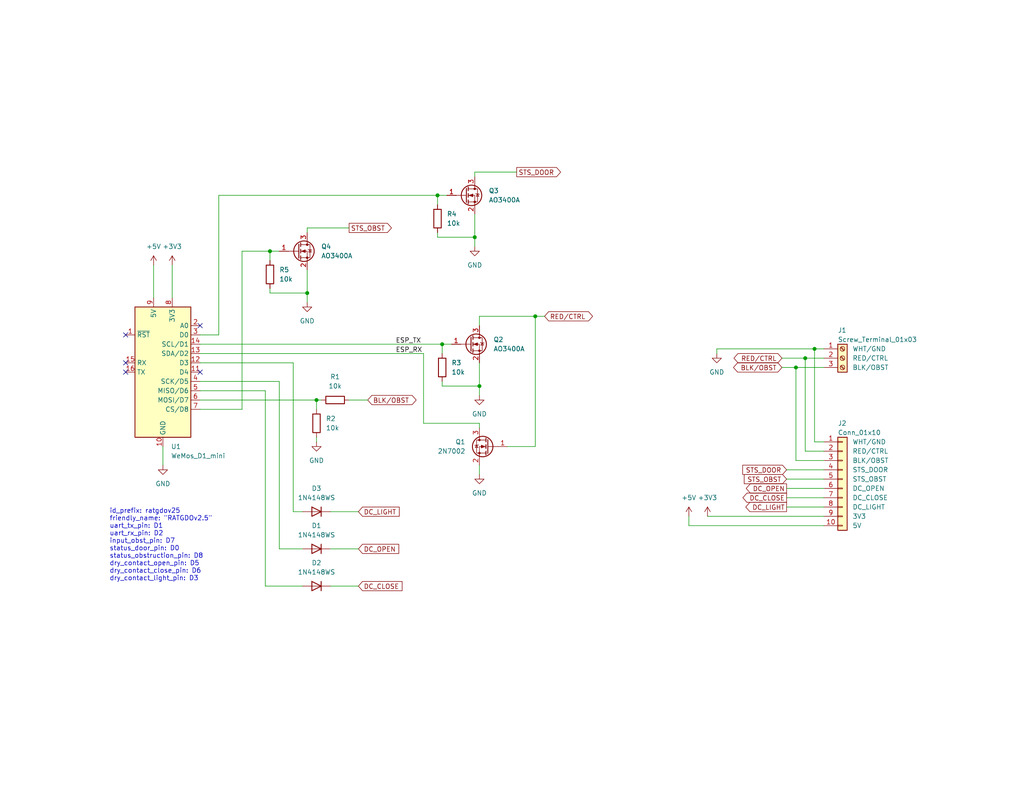
<source format=kicad_sch>
(kicad_sch (version 20230121) (generator eeschema)
  (paper "USLetter")
  (title_block (title "RAT-RATGDO TUBEX ESP8266") (date "2023-11-02") (rev "2.5.0") (company "T Fox"))
  (lib_symbols
    (symbol "Connector:Screw_Terminal_01x03" (pin_names (offset 4))
      (property "Reference" "J1" (at -1.27 7.62 0))
      (property "Value" "Screw_Terminal_01x03" (at -1.27 5.08 0))
      (symbol "Screw_Terminal_01x03_1_1"
        (rectangle (start -1.27 3.81) (end 1.27 -3.81) (stroke (width 0.254)) (fill (type background)))
        (circle (center 0 -2.54) (radius 0.635) (stroke (width 0.1524)))
        (polyline (pts (xy -0.5334 -2.2098) (xy 0.3302 -3.048)) (stroke (width 0.1524)))
        (polyline (pts (xy -0.5334 0.3302) (xy 0.3302 -0.508)) (stroke (width 0.1524)))
        (polyline (pts (xy -0.5334 2.8702) (xy 0.3302 2.032)) (stroke (width 0.1524)))
        (polyline (pts (xy -0.3556 -2.032) (xy 0.508 -2.8702)) (stroke (width 0.1524)))
        (polyline (pts (xy -0.3556 0.508) (xy 0.508 -0.3302)) (stroke (width 0.1524)))
        (polyline (pts (xy -0.3556 3.048) (xy 0.508 2.2098)) (stroke (width 0.1524)))
        (circle (center 0 0) (radius 0.635) (stroke (width 0.1524)))
        (circle (center 0 2.54) (radius 0.635) (stroke (width 0.1524)))
        (pin passive line (at -5.08 2.54 0) (length 3.81) (name "WHT/GND") (number "1"))
        (pin passive line (at -5.08 0 0) (length 3.81) (name "RED/CTRL") (number "2"))
        (pin passive line (at -5.08 -2.54 0) (length 3.81) (name "BLK/OBST") (number "3"))
      )
    )
    (symbol "Connector_Generic:Conn_01x10" (pin_names (offset 4))
      (property "Reference" "J2" (at -1.27 15.24 0))
      (property "Value" "Conn_01x10" (at -1.27 12.7 0))
      (symbol "Conn_01x10_1_1"
        (rectangle (start -1.27 -12.573) (end 0 -12.827) (stroke (width 0.1524)))
        (rectangle (start -1.27 -10.033) (end 0 -10.287) (stroke (width 0.1524)))
        (rectangle (start -1.27 -7.493) (end 0 -7.747) (stroke (width 0.1524)))
        (rectangle (start -1.27 -4.953) (end 0 -5.207) (stroke (width 0.1524)))
        (rectangle (start -1.27 -2.413) (end 0 -2.667) (stroke (width 0.1524)))
        (rectangle (start -1.27 0.127) (end 0 -0.127) (stroke (width 0.1524)))
        (rectangle (start -1.27 2.667) (end 0 2.413) (stroke (width 0.1524)))
        (rectangle (start -1.27 5.207) (end 0 4.953) (stroke (width 0.1524)))
        (rectangle (start -1.27 7.747) (end 0 7.493) (stroke (width 0.1524)))
        (rectangle (start -1.27 10.287) (end 0 10.033) (stroke (width 0.1524)))
        (rectangle (start -1.27 11.43) (end 1.27 -13.97) (stroke (width 0.254)) (fill (type background)))
        (pin passive line (at -5.08 10.16 0) (length 3.81) (name "WHT/GND") (number "1"))
        (pin passive line (at -5.08 -12.7 0) (length 3.81) (name "5V") (number "10"))
        (pin passive line (at -5.08 7.62 0) (length 3.81) (name "RED/CTRL") (number "2"))
        (pin passive line (at -5.08 5.08 0) (length 3.81) (name "BLK/OBST") (number "3"))
        (pin passive line (at -5.08 2.54 0) (length 3.81) (name "STS_DOOR") (number "4"))
        (pin passive line (at -5.08 0 0) (length 3.81) (name "STS_OBST") (number "5"))
        (pin passive line (at -5.08 -2.54 0) (length 3.81) (name "DC_OPEN") (number "6"))
        (pin passive line (at -5.08 -5.08 0) (length 3.81) (name "DC_CLOSE") (number "7"))
        (pin passive line (at -5.08 -7.62 0) (length 3.81) (name "DC_LIGHT") (number "8"))
        (pin passive line (at -5.08 -10.16 0) (length 3.81) (name "3V3") (number "9"))
      )
    )
    (symbol "Device:R" (pin_numbers hide) (pin_names (offset 0))
      (property "Reference" "R" (at 2.032 0 90))
      (property "Value" "R" (at 0 0 90))
      (symbol "R_0_1"
        (rectangle (start -1.016 -2.54) (end 1.016 2.54) (stroke (width 0.254)))
      )
      (symbol "R_1_1"
        (pin passive line (at 0 3.81 270) (length 1.27) (name "~") (number "1"))
        (pin passive line (at 0 -3.81 90) (length 1.27) (name "~") (number "2"))
      )
    )
    (symbol "Diode:1N4148WS" (pin_numbers hide) (pin_names hide)
      (property "Reference" "D" (at 0 2.54 0))
      (property "Value" "1N4148WS" (at 0 -2.54 0))
      (symbol "1N4148WS_0_1"
        (polyline (pts (xy -1.27 1.27) (xy -1.27 -1.27)) (stroke (width 0.254)))
        (polyline (pts (xy 1.27 0) (xy -1.27 0)))
        (polyline (pts (xy 1.27 1.27) (xy 1.27 -1.27) (xy -1.27 0) (xy 1.27 1.27)) (stroke (width 0.254)))
      )
      (symbol "1N4148WS_1_1"
        (pin passive line (at -3.81 0 0) (length 2.54) (name "K") (number "1"))
        (pin passive line (at 3.81 0 180) (length 2.54) (name "A") (number "2"))
      )
    )
    (symbol "MCU_Module:WeMos_D1_mini"
      (property "Reference" "U1" (at 2.1941 -20.32 0))
      (property "Value" "WeMos_D1_mini" (at 2.1941 -22.86 0))
      (symbol "WeMos_D1_mini_1_1"
        (rectangle (start -7.62 17.78) (end 7.62 -17.78) (stroke (width 0.254)) (fill (type background)))
        (pin input line (at -10.16 10.16 0) (length 2.54) (name "~{RST}") (number "1"))
        (pin power_out line (at 0 -20.32 90) (length 2.54) (name "GND") (number "10"))
        (pin bidirectional line (at 10.16 0 180) (length 2.54) (name "D4") (number "11"))
        (pin bidirectional line (at 10.16 2.54 180) (length 2.54) (name "D3") (number "12"))
        (pin bidirectional line (at 10.16 5.08 180) (length 2.54) (name "SDA/D2") (number "13"))
        (pin bidirectional line (at 10.16 7.62 180) (length 2.54) (name "SCL/D1") (number "14"))
        (pin input line (at -10.16 2.54 0) (length 2.54) (name "RX") (number "15"))
        (pin output line (at -10.16 0 0) (length 2.54) (name "TX") (number "16"))
        (pin input line (at 10.16 12.7 180) (length 2.54) (name "A0") (number "2"))
        (pin bidirectional line (at 10.16 10.16 180) (length 2.54) (name "D0") (number "3"))
        (pin bidirectional line (at 10.16 -2.54 180) (length 2.54) (name "SCK/D5") (number "4"))
        (pin bidirectional line (at 10.16 -5.08 180) (length 2.54) (name "MISO/D6") (number "5"))
        (pin bidirectional line (at 10.16 -7.62 180) (length 2.54) (name "MOSI/D7") (number "6"))
        (pin bidirectional line (at 10.16 -10.16 180) (length 2.54) (name "CS/D8") (number "7"))
        (pin power_out line (at 2.54 20.32 270) (length 2.54) (name "3V3") (number "8"))
        (pin power_out line (at -2.54 20.32 270) (length 2.54) (name "5V") (number "9"))
      )
    )
    (symbol "Transistor_FET:2N7002" (pin_names hide)
      (property "Reference" "Q" (at 5.08 1.905 0))
      (property "Value" "2N7002" (at 5.08 0 0))
      (symbol "2N7002_0_1"
        (polyline (pts (xy 0.254 0) (xy -2.54 0)))
        (polyline (pts (xy 0.254 1.905) (xy 0.254 -1.905)) (stroke (width 0.254)))
        (polyline (pts (xy 0.762 -1.27) (xy 0.762 -2.286)) (stroke (width 0.254)))
        (polyline (pts (xy 0.762 0.508) (xy 0.762 -0.508)) (stroke (width 0.254)))
        (polyline (pts (xy 0.762 2.286) (xy 0.762 1.27)) (stroke (width 0.254)))
        (polyline (pts (xy 2.54 2.54) (xy 2.54 1.778)))
        (polyline (pts (xy 2.54 -2.54) (xy 2.54 0) (xy 0.762 0)))
        (polyline (pts (xy 0.762 -1.778) (xy 3.302 -1.778) (xy 3.302 1.778) (xy 0.762 1.778)))
        (polyline (pts (xy 1.016 0) (xy 2.032 0.381) (xy 2.032 -0.381) (xy 1.016 0)) (fill (type outline)))
        (polyline (pts (xy 2.794 0.508) (xy 2.921 0.381) (xy 3.683 0.381) (xy 3.81 0.254)))
        (polyline (pts (xy 3.302 0.381) (xy 2.921 -0.254) (xy 3.683 -0.254) (xy 3.302 0.381)))
        (circle (center 1.651 0) (radius 2.794) (stroke (width 0.254)))
        (circle (center 2.54 -1.778) (radius 0.254) (fill (type outline)))
        (circle (center 2.54 1.778) (radius 0.254) (fill (type outline)))
      )
      (symbol "2N7002_1_1"
        (pin input line (at -5.08 0 0) (length 2.54) (name "G") (number "1"))
        (pin passive line (at 2.54 -5.08 90) (length 2.54) (name "S") (number "2"))
        (pin passive line (at 2.54 5.08 270) (length 2.54) (name "D") (number "3"))
      )
    )
    (symbol "Transistor_FET:AO3400A" (pin_names hide)
      (property "Reference" "Q" (at 5.08 1.905 0))
      (property "Value" "AO3400A" (at 5.08 0 0))
      (symbol "AO3400A_0_1"
        (polyline (pts (xy 0.254 0) (xy -2.54 0)))
        (polyline (pts (xy 0.254 1.905) (xy 0.254 -1.905)) (stroke (width 0.254)))
        (polyline (pts (xy 0.762 -1.27) (xy 0.762 -2.286)) (stroke (width 0.254)))
        (polyline (pts (xy 0.762 0.508) (xy 0.762 -0.508)) (stroke (width 0.254)))
        (polyline (pts (xy 0.762 2.286) (xy 0.762 1.27)) (stroke (width 0.254)))
        (polyline (pts (xy 2.54 2.54) (xy 2.54 1.778)))
        (polyline (pts (xy 2.54 -2.54) (xy 2.54 0) (xy 0.762 0)))
        (polyline (pts (xy 0.762 -1.778) (xy 3.302 -1.778) (xy 3.302 1.778) (xy 0.762 1.778)))
        (polyline (pts (xy 1.016 0) (xy 2.032 0.381) (xy 2.032 -0.381) (xy 1.016 0)) (fill (type outline)))
        (polyline (pts (xy 2.794 0.508) (xy 2.921 0.381) (xy 3.683 0.381) (xy 3.81 0.254)))
        (polyline (pts (xy 3.302 0.381) (xy 2.921 -0.254) (xy 3.683 -0.254) (xy 3.302 0.381)))
        (circle (center 1.651 0) (radius 2.794) (stroke (width 0.254)))
        (circle (center 2.54 -1.778) (radius 0.254) (fill (type outline)))
        (circle (center 2.54 1.778) (radius 0.254) (fill (type outline)))
      )
      (symbol "AO3400A_1_1"
        (pin input line (at -5.08 0 0) (length 2.54) (name "G") (number "1"))
        (pin passive line (at 2.54 -5.08 90) (length 2.54) (name "S") (number "2"))
        (pin passive line (at 2.54 5.08 270) (length 2.54) (name "D") (number "3"))
      )
    )
    (symbol "power:+3V3" (power) (pin_names (offset 0))
      (property "Value" "+3V3" (at 0 3.556 0))
      (symbol "+3V3_0_1"
        (polyline (pts (xy -0.762 1.27) (xy 0 2.54)))
        (polyline (pts (xy 0 0) (xy 0 2.54)))
        (polyline (pts (xy 0 2.54) (xy 0.762 1.27)))
      )
      (symbol "+3V3_1_1"
        (pin power_in line (at 0 0 90) (length 0) hide (name "+3V3") (number "1"))
      )
    )
    (symbol "power:+5V" (power) (pin_names (offset 0))
      (property "Value" "+5V" (at 0 3.556 0))
      (symbol "+5V_0_1"
        (polyline (pts (xy -0.762 1.27) (xy 0 2.54)))
        (polyline (pts (xy 0 0) (xy 0 2.54)))
        (polyline (pts (xy 0 2.54) (xy 0.762 1.27)))
      )
      (symbol "+5V_1_1"
        (pin power_in line (at 0 0 90) (length 0) hide (name "+5V") (number "1"))
      )
    )
    (symbol "power:GND" (power) (pin_names (offset 0))
      (property "Value" "GND" (at 0 -3.81 0))
      (symbol "GND_0_1"
        (polyline (pts (xy 0 0) (xy 0 -1.27) (xy 1.27 -1.27) (xy 0 -2.54) (xy -1.27 -1.27) (xy 0 -1.27)))
      )
      (symbol "GND_1_1"
        (pin power_in line (at 0 0 270) (length 0) hide (name "GND") (number "1"))
      )
    )
  )
  (junction (at 146.05 86.36))
  (junction (at 130.81 105.41))
  (junction (at 222.25 95.25))
  (junction (at 83.82 80.01))
  (junction (at 219.71 97.79))
  (junction (at 86.36 109.22))
  (junction (at 129.54 64.77))
  (junction (at 217.17 100.33))
  (junction (at 120.65 93.98))
  (junction (at 73.66 68.58))
  (junction (at 119.38 53.34))
  (no_connect (at 34.29 91.44))
  (no_connect (at 54.61 88.9))
  (no_connect (at 54.61 101.6))
  (no_connect (at 34.29 101.6))
  (no_connect (at 34.29 99.06))
  (wire (pts (xy 73.66 78.74) (xy 73.66 80.01)))
  (wire (pts (xy 66.04 111.76) (xy 66.04 68.58)))
  (wire (pts (xy 130.81 99.06) (xy 130.81 105.41)))
  (wire (pts (xy 146.05 121.92) (xy 138.43 121.92)))
  (wire (pts (xy 73.66 68.58) (xy 76.2 68.58)))
  (wire (pts (xy 222.25 120.65) (xy 224.79 120.65)))
  (wire (pts (xy 219.71 97.79) (xy 224.79 97.79)))
  (wire (pts (xy 83.82 62.23) (xy 95.25 62.23)))
  (wire (pts (xy 59.69 53.34) (xy 119.38 53.34)))
  (wire (pts (xy 213.36 97.79) (xy 219.71 97.79)))
  (wire (pts (xy 129.54 46.99) (xy 140.97 46.99)))
  (wire (pts (xy 120.65 105.41) (xy 130.81 105.41)))
  (wire (pts (xy 72.39 160.02) (xy 82.55 160.02)))
  (wire (pts (xy 90.17 149.86) (xy 97.79 149.86)))
  (wire (pts (xy 119.38 53.34) (xy 119.38 55.88)))
  (wire (pts (xy 115.57 115.57) (xy 115.57 96.52)))
  (wire (pts (xy 66.04 111.76) (xy 54.61 111.76)))
  (wire (pts (xy 214.63 135.89) (xy 224.79 135.89)))
  (wire (pts (xy 217.17 125.73) (xy 217.17 100.33)))
  (wire (pts (xy 130.81 105.41) (xy 130.81 107.95)))
  (wire (pts (xy 146.05 86.36) (xy 148.59 86.36)))
  (wire (pts (xy 73.66 68.58) (xy 73.66 71.12)))
  (wire (pts (xy 87.63 109.22) (xy 86.36 109.22)))
  (wire (pts (xy 119.38 64.77) (xy 129.54 64.77)))
  (wire (pts (xy 129.54 58.42) (xy 129.54 64.77)))
  (wire (pts (xy 90.17 160.02) (xy 97.79 160.02)))
  (wire (pts (xy 214.63 138.43) (xy 224.79 138.43)))
  (wire (pts (xy 66.04 68.58) (xy 73.66 68.58)))
  (wire (pts (xy 54.61 109.22) (xy 86.36 109.22)))
  (wire (pts (xy 146.05 86.36) (xy 146.05 121.92)))
  (wire (pts (xy 130.81 116.84) (xy 130.81 115.57)))
  (wire (pts (xy 213.36 100.33) (xy 217.17 100.33)))
  (wire (pts (xy 130.81 86.36) (xy 130.81 88.9)))
  (wire (pts (xy 95.25 109.22) (xy 100.33 109.22)))
  (wire (pts (xy 224.79 125.73) (xy 217.17 125.73)))
  (wire (pts (xy 195.58 95.25) (xy 222.25 95.25)))
  (wire (pts (xy 115.57 96.52) (xy 54.61 96.52)))
  (wire (pts (xy 119.38 53.34) (xy 121.92 53.34)))
  (wire (pts (xy 224.79 95.25) (xy 222.25 95.25)))
  (wire (pts (xy 224.79 123.19) (xy 219.71 123.19)))
  (wire (pts (xy 80.01 99.06) (xy 80.01 139.7)))
  (wire (pts (xy 119.38 63.5) (xy 119.38 64.77)))
  (wire (pts (xy 90.17 139.7) (xy 97.79 139.7)))
  (wire (pts (xy 219.71 123.19) (xy 219.71 97.79)))
  (wire (pts (xy 73.66 80.01) (xy 83.82 80.01)))
  (wire (pts (xy 130.81 129.54) (xy 130.81 127)))
  (wire (pts (xy 120.65 93.98) (xy 123.19 93.98)))
  (wire (pts (xy 214.63 130.81) (xy 224.79 130.81)))
  (wire (pts (xy 214.63 128.27) (xy 224.79 128.27)))
  (wire (pts (xy 80.01 139.7) (xy 82.55 139.7)))
  (wire (pts (xy 54.61 106.68) (xy 72.39 106.68)))
  (wire (pts (xy 72.39 106.68) (xy 72.39 160.02)))
  (wire (pts (xy 129.54 64.77) (xy 129.54 67.31)))
  (wire (pts (xy 76.2 104.14) (xy 76.2 149.86)))
  (wire (pts (xy 54.61 104.14) (xy 76.2 104.14)))
  (wire (pts (xy 83.82 80.01) (xy 83.82 82.55)))
  (wire (pts (xy 83.82 62.23) (xy 83.82 63.5)))
  (wire (pts (xy 224.79 143.51) (xy 187.96 143.51)))
  (wire (pts (xy 59.69 91.44) (xy 59.69 53.34)))
  (wire (pts (xy 46.99 72.39) (xy 46.99 81.28)))
  (wire (pts (xy 54.61 99.06) (xy 80.01 99.06)))
  (wire (pts (xy 115.57 115.57) (xy 130.81 115.57)))
  (wire (pts (xy 130.81 86.36) (xy 146.05 86.36)))
  (wire (pts (xy 193.04 140.97) (xy 224.79 140.97)))
  (wire (pts (xy 86.36 119.38) (xy 86.36 120.65)))
  (wire (pts (xy 76.2 149.86) (xy 82.55 149.86)))
  (wire (pts (xy 54.61 93.98) (xy 120.65 93.98)))
  (wire (pts (xy 120.65 104.14) (xy 120.65 105.41)))
  (wire (pts (xy 129.54 46.99) (xy 129.54 48.26)))
  (wire (pts (xy 120.65 93.98) (xy 120.65 96.52)))
  (wire (pts (xy 195.58 95.25) (xy 195.58 96.52)))
  (wire (pts (xy 44.45 121.92) (xy 44.45 127)))
  (wire (pts (xy 222.25 95.25) (xy 222.25 120.65)))
  (wire (pts (xy 214.63 133.35) (xy 224.79 133.35)))
  (wire (pts (xy 187.96 143.51) (xy 187.96 140.97)))
  (wire (pts (xy 217.17 100.33) (xy 224.79 100.33)))
  (wire (pts (xy 54.61 91.44) (xy 59.69 91.44)))
  (wire (pts (xy 41.91 72.39) (xy 41.91 81.28)))
  (wire (pts (xy 83.82 73.66) (xy 83.82 80.01)))
  (wire (pts (xy 86.36 109.22) (xy 86.36 111.76)))
  (text "  id_prefix: ratgdov25\n  friendly_name: \"RATGDOv2.5\"\n  uart_tx_pin: D1\n  uart_rx_pin: D2\n  input_obst_pin: D7\n  status_door_pin: D0\n  status_obstruction_pin: D8\n  dry_contact_open_pin: D5\n  dry_contact_close_pin: D6\n  dry_contact_light_pin: D3" (at 27.94 158.75 0) (effects (font (size 1.27 1.27)) (justify left bottom)))
  (label "ESP_TX" (at 107.95 93.98 0))
  (label "ESP_RX" (at 107.95 96.52 0))
  (global_label "STS_DOOR" (shape input) (at 214.63 128.27 180) (property "Intersheetrefs" "${INTERSHEET_REFS}" (effects hide)))
  (global_label "DC_CLOSE" (shape input) (at 97.79 160.02 0) (property "Intersheetrefs" "${INTERSHEET_REFS}" (effects hide)))
  (global_label "STS_OBST" (shape output) (at 95.25 62.23 0) (property "Intersheetrefs" "${INTERSHEET_REFS}" (effects hide)))
  (global_label "DC_OPEN" (shape input) (at 97.79 149.86 0) (property "Intersheetrefs" "${INTERSHEET_REFS}" (effects hide)))
  (global_label "STS_OBST" (shape input) (at 214.63 130.81 180) (property "Intersheetrefs" "${INTERSHEET_REFS}" (effects hide)))
  (global_label "STS_DOOR" (shape output) (at 140.97 46.99 0) (property "Intersheetrefs" "${INTERSHEET_REFS}" (effects hide)))
  (global_label "DC_CLOSE" (shape output) (at 214.63 135.89 180) (property "Intersheetrefs" "${INTERSHEET_REFS}" (effects hide)))
  (global_label "DC_LIGHT" (shape output) (at 214.63 138.43 180) (property "Intersheetrefs" "${INTERSHEET_REFS}" (effects hide)))
  (global_label "RED{slash}CTRL" (shape bidirectional) (at 213.36 97.79 180) (property "Intersheetrefs" "${INTERSHEET_REFS}" (effects hide)))
  (global_label "BLK{slash}OBST" (shape bidirectional) (at 100.33 109.22 0) (property "Intersheetrefs" "${INTERSHEET_REFS}" (effects hide)))
  (global_label "DC_OPEN" (shape output) (at 214.63 133.35 180) (property "Intersheetrefs" "${INTERSHEET_REFS}" (effects hide)))
  (global_label "RED{slash}CTRL" (shape bidirectional) (at 148.59 86.36 0) (property "Intersheetrefs" "${INTERSHEET_REFS}" (effects hide)))
  (global_label "BLK{slash}OBST" (shape bidirectional) (at 213.36 100.33 180) (property "Intersheetrefs" "${INTERSHEET_REFS}" (effects hide)))
  (global_label "DC_LIGHT" (shape input) (at 97.79 139.7 0) (property "Intersheetrefs" "${INTERSHEET_REFS}" (effects hide)))
  (symbol (lib_id "power:GND") (at 86.36 120.65 0) (unit 1)
    (property "Reference" "#PWR05" (effects hide))
    (property "Value" "GND" (at 86.36 125.73 0))
  )
  (symbol (lib_id "power:+3V3") (at 46.99 72.39 0) (unit 1)
    (property "Reference" "#PWR02" (effects hide))
    (property "Value" "+3V3" (at 46.99 67.31 0))
  )
  (symbol (lib_id "power:+5V") (at 41.91 72.39 0) (unit 1)
    (property "Reference" "#PWR03" (effects hide))
    (property "Value" "+5V" (at 41.91 67.31 0))
  )
  (symbol (lib_id "Device:R") (at 73.66 74.93 0) (unit 1)
    (property "Reference" "R5" (at 76.2 73.66 0) (effects (justify left)))
    (property "Value" "10k" (at 76.2 76.2 0) (effects (justify left)))
    (property "Footprint" "Resistor_SMD:R_0805_2012Metric" (effects hide))
  )
  (symbol (lib_id "Device:R") (at 120.65 100.33 0) (unit 1)
    (property "Reference" "R3" (at 123.19 99.06 0) (effects (justify left)))
    (property "Value" "10k" (at 123.19 101.6 0) (effects (justify left)))
    (property "Footprint" "Resistor_SMD:R_0805_2012Metric" (effects hide))
  )
  (symbol (lib_id "MCU_Module:WeMos_D1_mini") (at 44.45 101.6 0) (unit 1)
    (property "Reference" "U1" (at 46.6441 121.92 0) (effects (justify left)))
    (property "Value" "WeMos_D1_mini" (at 46.6441 124.46 0) (effects (justify left)))
    (property "Footprint" "Module:WEMOS_D1_mini_light" (effects hide))
    (property "Datasheet" "https://wiki.wemos.cc/products:d1:d1_mini#documentation" (effects hide))
  )
  (symbol (lib_id "power:+5V") (at 187.96 140.97 0) (unit 1)
    (property "Reference" "#PWR011" (effects hide))
    (property "Value" "+5V" (at 187.96 135.89 0))
  )
  (symbol (lib_id "Connector:Screw_Terminal_01x03") (at 229.87 97.79 0) (unit 1)
    (property "Reference" "J1" (at 228.6 90.17 0) (effects (justify left)))
    (property "Value" "Screw_Terminal_01x03" (at 228.6 92.71 0) (effects (justify left)))
    (property "Footprint" "TerminalBlock_Phoenix:TerminalBlock_Phoenix_MKDS-1,5-3_1x03_P5.00mm_Horizontal" (effects hide))
  )
  (symbol (lib_id "Diode:1N4148WS") (at 86.36 160.02 0) (mirror y) (unit 1)
    (property "Reference" "D2" (at 86.36 153.67 0))
    (property "Value" "1N4148WS" (at 86.36 156.21 0))
    (property "Footprint" "Diode_SMD:D_SOD-323_HandSoldering" (effects hide))
    (property "Datasheet" "https://www.vishay.com/docs/85751/1n4148ws.pdf" (effects hide))
    (property "Sim.Device" "D" (effects hide))
    (property "Sim.Pins" "1=K 2=A" (effects hide))
  )
  (symbol (lib_id "power:GND") (at 129.54 67.31 0) (unit 1)
    (property "Reference" "#PWR06" (effects hide))
    (property "Value" "GND" (at 129.54 72.39 0))
  )
  (symbol (lib_id "Device:R") (at 86.36 115.57 0) (unit 1)
    (property "Reference" "R2" (at 88.9 114.3 0) (effects (justify left)))
    (property "Value" "10k" (at 88.9 116.84 0) (effects (justify left)))
    (property "Footprint" "Resistor_SMD:R_0805_2012Metric" (effects hide))
  )
  (symbol (lib_id "Diode:1N4148WS") (at 86.36 149.86 0) (mirror y) (unit 1)
    (property "Reference" "D1" (at 86.36 143.51 0))
    (property "Value" "1N4148WS" (at 86.36 146.05 0))
    (property "Footprint" "Diode_SMD:D_SOD-323_HandSoldering" (effects hide))
    (property "Datasheet" "https://www.vishay.com/docs/85751/1n4148ws.pdf" (effects hide))
    (property "Sim.Device" "D" (effects hide))
    (property "Sim.Pins" "1=K 2=A" (effects hide))
  )
  (symbol (lib_id "power:GND") (at 130.81 107.95 0) (unit 1)
    (property "Reference" "#PWR07" (effects hide))
    (property "Value" "GND" (at 130.81 113.03 0))
  )
  (symbol (lib_id "Device:R") (at 119.38 59.69 0) (unit 1)
    (property "Reference" "R4" (at 121.92 58.42 0) (effects (justify left)))
    (property "Value" "10k" (at 121.92 60.96 0) (effects (justify left)))
    (property "Footprint" "Resistor_SMD:R_0805_2012Metric" (effects hide))
  )
  (symbol (lib_id "power:GND") (at 195.58 96.52 0) (unit 1)
    (property "Reference" "#PWR01" (effects hide))
    (property "Value" "GND" (at 195.58 101.6 0))
  )
  (symbol (lib_id "Connector_Generic:Conn_01x10") (at 229.87 130.81 0) (unit 1)
    (property "Reference" "J2" (at 228.6 115.57 0) (effects (justify left)))
    (property "Value" "Conn_01x10" (at 228.6 118.11 0) (effects (justify left)))
    (property "Footprint" "Connector_PinHeader_2.54mm:PinHeader_1x10_P2.54mm_Vertical" (effects hide))
  )
  (symbol (lib_id "power:GND") (at 83.82 82.55 0) (unit 1)
    (property "Reference" "#PWR09" (effects hide))
    (property "Value" "GND" (at 83.82 87.63 0))
  )
  (symbol (lib_id "power:+3V3") (at 193.04 140.97 0) (unit 1)
    (property "Reference" "#PWR010" (effects hide))
    (property "Value" "+3V3" (at 193.04 135.89 0))
  )
  (symbol (lib_id "Transistor_FET:AO3400A") (at 127 53.34 0) (unit 1)
    (property "Reference" "Q3" (at 133.35 52.07 0) (effects (justify left)))
    (property "Value" "AO3400A" (at 133.35 54.61 0) (effects (justify left)))
    (property "Footprint" "Package_TO_SOT_SMD:SOT-23" (effects hide))
    (property "Datasheet" "http://www.aosmd.com/pdfs/datasheet/AO3400A.pdf" (effects hide))
  )
  (symbol (lib_id "Transistor_FET:AO3400A") (at 81.28 68.58 0) (unit 1)
    (property "Reference" "Q4" (at 87.63 67.31 0) (effects (justify left)))
    (property "Value" "AO3400A" (at 87.63 69.85 0) (effects (justify left)))
    (property "Footprint" "Package_TO_SOT_SMD:SOT-23" (effects hide))
    (property "Datasheet" "http://www.aosmd.com/pdfs/datasheet/AO3400A.pdf" (effects hide))
  )
  (symbol (lib_id "Transistor_FET:AO3400A") (at 128.27 93.98 0) (unit 1)
    (property "Reference" "Q2" (at 134.62 92.71 0) (effects (justify left)))
    (property "Value" "AO3400A" (at 134.62 95.25 0) (effects (justify left)))
    (property "Footprint" "Package_TO_SOT_SMD:SOT-23" (effects hide))
    (property "Datasheet" "http://www.aosmd.com/pdfs/datasheet/AO3400A.pdf" (effects hide))
  )
  (symbol (lib_id "power:GND") (at 44.45 127 0) (unit 1)
    (property "Reference" "#PWR04" (effects hide))
    (property "Value" "GND" (at 44.45 132.08 0))
  )
  (symbol (lib_id "power:GND") (at 130.81 129.54 0) (unit 1)
    (property "Reference" "#PWR08" (effects hide))
    (property "Value" "GND" (at 130.81 134.62 0))
  )
  (symbol (lib_id "Device:R") (at 91.44 109.22 270) (unit 1)
    (property "Reference" "R1" (at 91.44 102.87 90))
    (property "Value" "10k" (at 91.44 105.41 90))
    (property "Footprint" "Resistor_SMD:R_0805_2012Metric" (effects hide))
  )
  (symbol (lib_id "Diode:1N4148WS") (at 86.36 139.7 0) (mirror y) (unit 1)
    (property "Reference" "D3" (at 86.36 133.35 0))
    (property "Value" "1N4148WS" (at 86.36 135.89 0))
    (property "Footprint" "Diode_SMD:D_SOD-323_HandSoldering" (effects hide))
    (property "Datasheet" "https://www.vishay.com/docs/85751/1n4148ws.pdf" (effects hide))
    (property "Sim.Device" "D" (effects hide))
    (property "Sim.Pins" "1=K 2=A" (effects hide))
  )
  (symbol (lib_id "Transistor_FET:2N7002") (at 133.35 121.92 0) (mirror y) (unit 1)
    (property "Reference" "Q1" (at 127 120.65 0) (effects (justify left)))
    (property "Value" "2N7002" (at 127 123.19 0) (effects (justify left)))
    (property "Footprint" "Package_TO_SOT_SMD:SOT-23" (effects hide))
    (property "Datasheet" "https://www.onsemi.com/pub/Collateral/NDS7002A-D.PDF" (effects hide))
  )
)
</source>
